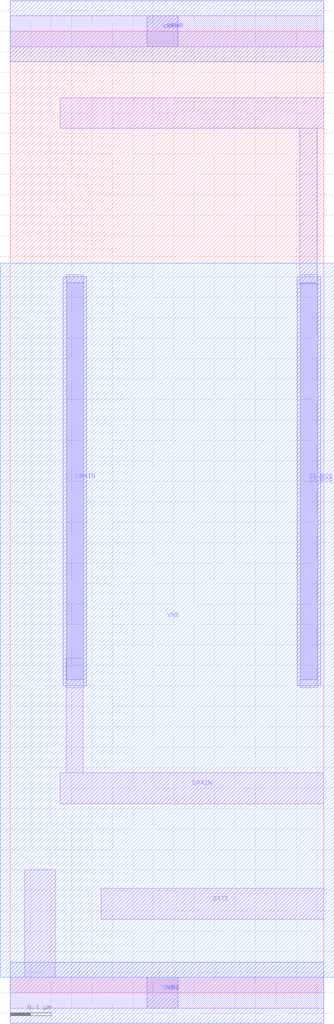
<source format=lef>
VERSION 5.7 ;
  NOWIREEXTENSIONATPIN ON ;
  DIVIDERCHAR "/" ;
  BUSBITCHARS "[]" ;
MACRO sky130_asc_nfet_01v8_lvt_1
  CLASS CORE ;
  FOREIGN sky130_asc_nfet_01v8_lvt_1 ;
  ORIGIN 0.000 0.000 ;
  SIZE 3.070 BY 9.400 ;
  SITE unitasc ;
  PIN GATE
    DIRECTION INOUT ;
    ANTENNAGATEAREA 8.000000 ;
    PORT
      LAYER li1 ;
        RECT 0.890 0.720 3.070 1.020 ;
    END
  END GATE
  PIN SOURCE
    DIRECTION INOUT ;
    ANTENNADIFFAREA 1.160000 ;
    PORT
      LAYER li1 ;
        RECT 0.490 8.450 3.070 8.750 ;
        RECT 2.835 7.020 3.005 8.450 ;
        RECT 2.835 6.930 3.010 7.020 ;
        RECT 2.840 2.980 3.010 6.930 ;
      LAYER mcon ;
        RECT 2.840 3.060 3.010 6.940 ;
      LAYER met1 ;
        RECT 2.810 3.000 3.040 7.000 ;
    END
  END SOURCE
  PIN DRAIN
    DIRECTION INOUT ;
    ANTENNADIFFAREA 1.160000 ;
    PORT
      LAYER li1 ;
        RECT 0.550 3.270 0.720 7.020 ;
        RECT 0.545 2.980 0.720 3.270 ;
        RECT 0.545 2.150 0.715 2.980 ;
        RECT 0.490 1.850 3.070 2.150 ;
      LAYER mcon ;
        RECT 0.550 3.060 0.720 6.940 ;
      LAYER met1 ;
        RECT 0.520 3.000 0.750 7.000 ;
    END
  END DRAIN
  PIN VNB
    DIRECTION INOUT ;
    USE GROUND ;
    PORT
      LAYER pwell ;
        RECT -0.100 0.150 3.170 7.130 ;
      LAYER li1 ;
        RECT 0.140 0.150 0.440 1.200 ;
        RECT 0.000 -0.150 3.070 0.150 ;
      LAYER mcon ;
        RECT 1.340 -0.150 1.640 0.150 ;
      LAYER met1 ;
        RECT 0.000 -0.300 3.070 0.300 ;
    END
  END VNB
  PIN VPWR
    DIRECTION INOUT ;
    USE POWER ;
    PORT
      LAYER li1 ;
        RECT 0.000 9.250 3.070 9.550 ;
      LAYER mcon ;
        RECT 1.340 9.250 1.640 9.550 ;
      LAYER met1 ;
        RECT 0.000 9.100 3.070 9.700 ;
    END
  END VPWR
END sky130_asc_nfet_01v8_lvt_1
END LIBRARY


</source>
